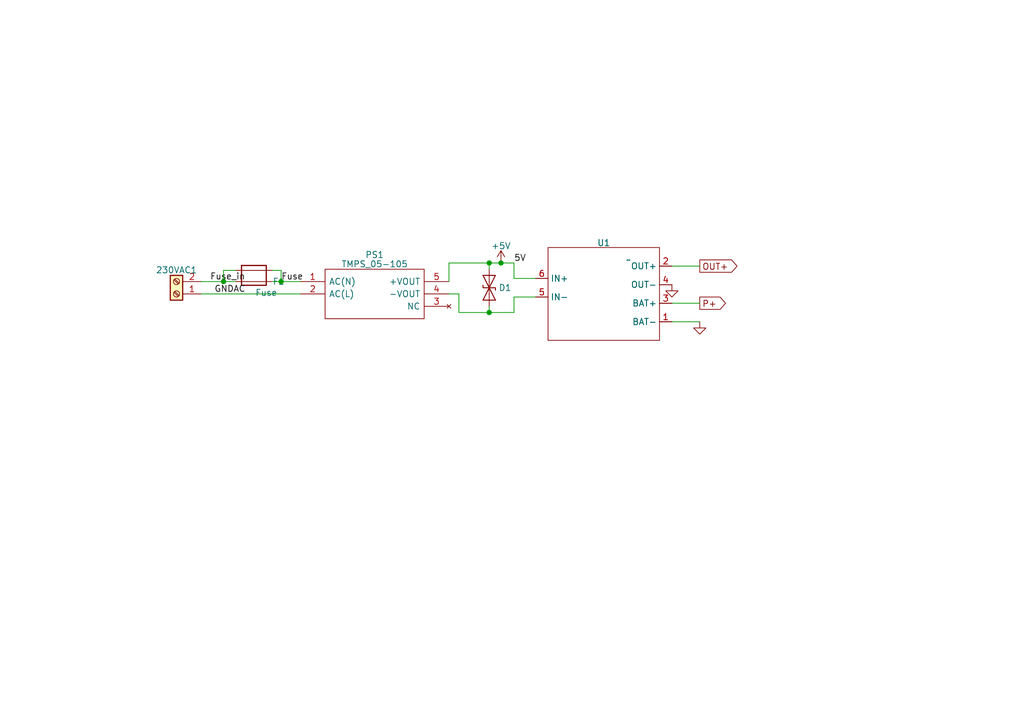
<source format=kicad_sch>
(kicad_sch (version 20230121) (generator eeschema)
  (paper "A5")
  (title_block (title "Battery charger & AC|DC converter") (date "2023-11-06") (rev "V0.1") (company "HHS Living Labs"))
  (lib_symbols
    (symbol "Connector:Screw_Terminal_01x02" (pin_names (offset 1.016) hide)
      (property "Reference" "J" (at 0 2.54 0))
      (property "Value" "Screw_Terminal_01x02" (at 0 -5.08 0))
      (symbol "Screw_Terminal_01x02_1_1"
        (rectangle (start -1.27 1.27) (end 1.27 -3.81) (stroke (width 0.254)) (fill (type background)))
        (circle (center 0 -2.54) (radius 0.635) (stroke (width 0.1524)))
        (polyline (pts (xy -0.5334 -2.2098) (xy 0.3302 -3.048)) (stroke (width 0.1524)))
        (polyline (pts (xy -0.5334 0.3302) (xy 0.3302 -0.508)) (stroke (width 0.1524)))
        (polyline (pts (xy -0.3556 -2.032) (xy 0.508 -2.8702)) (stroke (width 0.1524)))
        (polyline (pts (xy -0.3556 0.508) (xy 0.508 -0.3302)) (stroke (width 0.1524)))
        (circle (center 0 0) (radius 0.635) (stroke (width 0.1524)))
        (pin passive line (at -5.08 0 0) (length 3.81) (name "Pin_1") (number "1"))
        (pin passive line (at -5.08 -2.54 0) (length 3.81) (name "Pin_2") (number "2"))
      )
    )
    (symbol "Device:Fuse" (pin_numbers hide) (pin_names (offset 0))
      (property "Reference" "F1" (at 0 -5.08 90))
      (property "Value" "Fuse" (at -2.286 -2.54 90))
      (symbol "Fuse_0_1"
        (rectangle (start -0.762 2.54) (end 3.302 -2.54) (stroke (width 0.254)))
        (polyline (pts (xy 0 2.54) (xy 0 -2.54)))
        (polyline (pts (xy 2.286 2.54) (xy 2.286 -2.54)))
      )
      (symbol "Fuse_1_1"
        (pin passive line (at 0 -3.81 90) (length 1.27) (name "~") (number "1_1"))
        (pin passive line (at 2.286 -3.81 90) (length 1.27) (name "~") (number "1_2"))
        (pin passive line (at 0 3.81 270) (length 1.27) (name "~") (number "2_1"))
        (pin passive line (at 2.286 3.81 270) (length 1.27) (name "~") (number "2_2"))
      )
    )
    (symbol "Diode:ESD9B3.3ST5G" (pin_numbers hide) (pin_names (offset 1.016) hide)
      (property "Reference" "D" (at 0 2.54 0))
      (property "Value" "ESD9B3.3ST5G" (at 0 -2.54 0))
      (symbol "ESD9B3.3ST5G_0_1"
        (polyline (pts (xy 1.27 0) (xy -1.27 0)))
        (polyline (pts (xy -2.54 -1.27) (xy 0 0) (xy -2.54 1.27) (xy -2.54 -1.27)) (stroke (width 0.2032)))
        (polyline (pts (xy 0.508 1.27) (xy 0 1.27) (xy 0 -1.27) (xy -0.508 -1.27)) (stroke (width 0.2032)))
        (polyline (pts (xy 2.54 1.27) (xy 2.54 -1.27) (xy 0 0) (xy 2.54 1.27)) (stroke (width 0.2032)))
      )
      (symbol "ESD9B3.3ST5G_1_1"
        (pin passive line (at -3.81 0 0) (length 2.54) (name "A1") (number "1"))
        (pin passive line (at 3.81 0 180) (length 2.54) (name "A2") (number "2"))
      )
    )
    (symbol "TMPS_05-105:TMPS_05-105" (pin_names (offset 0.762))
      (property "Reference" "PS" (at 26.67 7.62 0))
      (property "Value" "TMPS_05-105" (at 26.67 5.08 0))
      (symbol "TMPS_05-105_0_0"
        (pin passive line (at 0 0 0) (length 5.08) (name "AC(N)") (number "1"))
        (pin passive line (at 0 -2.54 0) (length 5.08) (name "AC(L)") (number "2"))
        (pin no_connect line (at 30.48 -5.08 180) (length 5.08) (name "NC") (number "3"))
        (pin passive line (at 30.48 -2.54 180) (length 5.08) (name "-VOUT") (number "4"))
        (pin passive line (at 30.48 0 180) (length 5.08) (name "+VOUT") (number "5"))
      )
      (symbol "TMPS_05-105_0_1"
        (polyline (pts (xy 5.08 2.54) (xy 25.4 2.54) (xy 25.4 -7.62) (xy 5.08 -7.62) (xy 5.08 2.54)) (stroke (width 0.1524)))
      )
    )
    (symbol "TP4056 USB-C Li-ion charger:TP4056_USB-C_charger"
      (property "Reference" "U1" (at 0 3.5019 0))
      (property "Value" "~" (at 5.08 0 0))
      (symbol "TP4056_USB-C_charger_0_1"
        (rectangle (start -11.43 2.54) (end 11.43 -16.51))
      )
      (symbol "TP4056_USB-C_charger_1_1"
        (pin passive line (at 13.97 -12.7 180) (length 2.54) (name "BAT-") (number "1"))
        (pin bidirectional line (at 13.97 -1.27 180) (length 2.54) (name "OUT+") (number "2"))
        (pin bidirectional line (at 13.97 -8.89 180) (length 2.54) (name "BAT+") (number "3"))
        (pin input line (at 13.97 -5.08 180) (length 2.54) (name "OUT-") (number "4"))
        (pin bidirectional line (at -13.97 -7.62 0) (length 2.54) (name "IN-") (number "5"))
        (pin bidirectional line (at -13.97 -3.81 0) (length 2.54) (name "IN+") (number "6"))
      )
    )
    (symbol "power:+5V" (power) (pin_names (offset 0))
      (property "Value" "+5V" (at 0 3.556 0))
      (symbol "+5V_0_1"
        (polyline (pts (xy -0.762 1.27) (xy 0 2.54)))
        (polyline (pts (xy 0 0) (xy 0 2.54)))
        (polyline (pts (xy 0 2.54) (xy 0.762 1.27)))
      )
      (symbol "+5V_1_1"
        (pin power_in line (at 0 0 90) (length 0) hide (name "+5V") (number "1"))
      )
    )
    (symbol "power:GND" (power) (pin_names (offset 0))
      (property "Value" "GND" (at 0 -3.81 0))
      (symbol "GND_0_1"
        (polyline (pts (xy 0 0) (xy 0 -1.27) (xy 1.27 -1.27) (xy 0 -2.54) (xy -1.27 -1.27) (xy 0 -1.27)))
      )
      (symbol "GND_1_1"
        (pin power_in line (at 0 0 270) (length 0) hide (name "GND") (number "1"))
      )
    )
  )
  (junction (at 57.658 57.785))
  (junction (at 100.33 64.135))
  (junction (at 45.847 57.785))
  (junction (at 102.743 53.975))
  (junction (at 100.33 53.975))
  (wire (pts (xy 137.795 62.23) (xy 143.51 62.23)))
  (wire (pts (xy 109.855 57.15) (xy 105.41 57.15)))
  (wire (pts (xy 105.41 60.96) (xy 105.41 64.135)))
  (wire (pts (xy 100.33 53.975) (xy 100.33 55.245)))
  (wire (pts (xy 41.275 60.325) (xy 61.595 60.325)))
  (wire (pts (xy 102.743 53.975) (xy 105.41 53.975)))
  (wire (pts (xy 55.88 57.785) (xy 57.658 57.785)))
  (wire (pts (xy 57.658 57.785) (xy 61.595 57.785)))
  (wire (pts (xy 105.41 53.975) (xy 105.41 57.15)))
  (wire (pts (xy 48.26 55.499) (xy 45.847 55.499)))
  (wire (pts (xy 41.275 57.785) (xy 45.847 57.785)))
  (wire (pts (xy 57.658 55.499) (xy 57.658 57.785)))
  (wire (pts (xy 94.107 64.135) (xy 100.33 64.135)))
  (wire (pts (xy 45.847 57.785) (xy 48.26 57.785)))
  (wire (pts (xy 55.88 55.499) (xy 57.658 55.499)))
  (wire (pts (xy 100.33 62.865) (xy 100.33 64.135)))
  (wire (pts (xy 45.847 55.499) (xy 45.847 57.785)))
  (wire (pts (xy 100.33 64.135) (xy 105.41 64.135)))
  (wire (pts (xy 92.075 53.975) (xy 92.075 57.785)))
  (wire (pts (xy 92.075 53.975) (xy 100.33 53.975)))
  (wire (pts (xy 94.107 64.135) (xy 94.107 60.325)))
  (wire (pts (xy 109.855 60.96) (xy 105.41 60.96)))
  (wire (pts (xy 137.795 54.61) (xy 143.51 54.61)))
  (wire (pts (xy 137.795 66.04) (xy 143.51 66.04)))
  (wire (pts (xy 100.33 53.975) (xy 102.743 53.975)))
  (wire (pts (xy 94.107 60.325) (xy 92.075 60.325)))
  (label "5V" (at 105.41 53.975 0))
  (label "Fuse_in" (at 43.053 57.785 0))
  (label "GNDAC" (at 43.942 60.325 0))
  (label "Fuse" (at 57.658 57.785 0))
  (global_label "P+" (shape output) (at 143.51 62.23 0) (property "Intersheetrefs" "${INTERSHEET_REFS}" (effects hide)))
  (global_label "OUT+" (shape output) (at 143.51 54.61 0) (property "Intersheetrefs" "${INTERSHEET_REFS}" (effects hide)))
  (symbol (lib_id "Diode:ESD9B3.3ST5G") (at 100.33 59.055 90) (unit 1)
    (property "Reference" "D1" (at 102.235 59.055 90) (effects (justify right)))
    (property "Value" "ESD9B3.3ST5G" (effects hide))
    (property "Footprint" "Diode_SMD:D_SOD-323_HandSoldering" (effects hide))
    (property "Datasheet" "https://www.onsemi.com/pub/Collateral/ESD9B-D.PDF" (effects hide))
  )
  (symbol (lib_id "Connector:Screw_Terminal_01x02") (at 36.195 60.325 180) (unit 1)
    (property "Reference" "230VAC1" (at 36.195 55.4261 0))
    (property "Value" "Screw_Terminal_01x02" (effects hide))
    (property "Footprint" "TerminalBlock_TE-Connectivity:TerminalBlock_TE_282834-2_1x02_P2.54mm_Horizontal" (effects hide))
  )
  (symbol (lib_id "Device:Fuse") (at 52.07 57.785 90) (unit 1)
    (property "Reference" "F1" (at 57.15 57.785 90))
    (property "Value" "Fuse" (at 54.61 60.071 90))
    (property "Footprint" "3557-2:FUSE_3557-2" (effects hide))
  )
  (symbol (lib_id "power:+5V") (at 102.743 53.975 0) (unit 1)
    (property "Reference" "#PWR021" (effects hide))
    (property "Value" "+5V" (at 102.743 50.4731 0))
    (instances (project "PCB-light-challenge" (path "" (reference "#PWR021") (unit 1)) (path "" (reference "#PWR025") (unit 1))))
  )
  (symbol (lib_id "TMPS_05-105:TMPS_05-105") (at 61.595 57.785 0) (unit 1)
    (property "Reference" "PS1" (at 76.835 52.2859 0))
    (property "Value" "TMPS_05-105" (at 76.835 54.2069 0))
    (property "Footprint" "KiCad:TMPS05-105" (effects hide))
    (property "Datasheet" "https://tracopower.com/tmps05-datasheet/" (effects hide))
    (property "Description" "5 Watt AC/DC modules, industrial/household, 85-264 VAC input, Ultra compact size 1\"x1\", 3000 VAC I/O-isolation, encapsulated, PCB mount" (effects hide))
    (property "Manufacturer_Name" "Traco Power" (effects hide))
    (property "Manufacturer_Part_Number" "TMPS 05-105" (effects hide))
  )
  (symbol (lib_id "TP4056 USB-C Li-ion charger:TP4056_USB-C_charger") (at 123.825 53.34 0) (unit 1)
    (property "Reference" "U1" (at 123.825 49.8381 0))
    (property "Value" "~" (at 128.905 53.34 0))
    (property "Footprint" "BMS:bms" (effects hide))
  )
  (symbol (lib_id "power:GND") (at 137.795 58.42 0) (unit 1)
    (property "Reference" "#PWR019" (effects hide))
    (property "Value" "GND" (effects hide))
  )
  (symbol (lib_id "power:GND") (at 143.51 66.04 0) (unit 1)
    (property "Reference" "#PWR024" (effects hide))
    (property "Value" "GND" (effects hide))
  )
)
</source>
